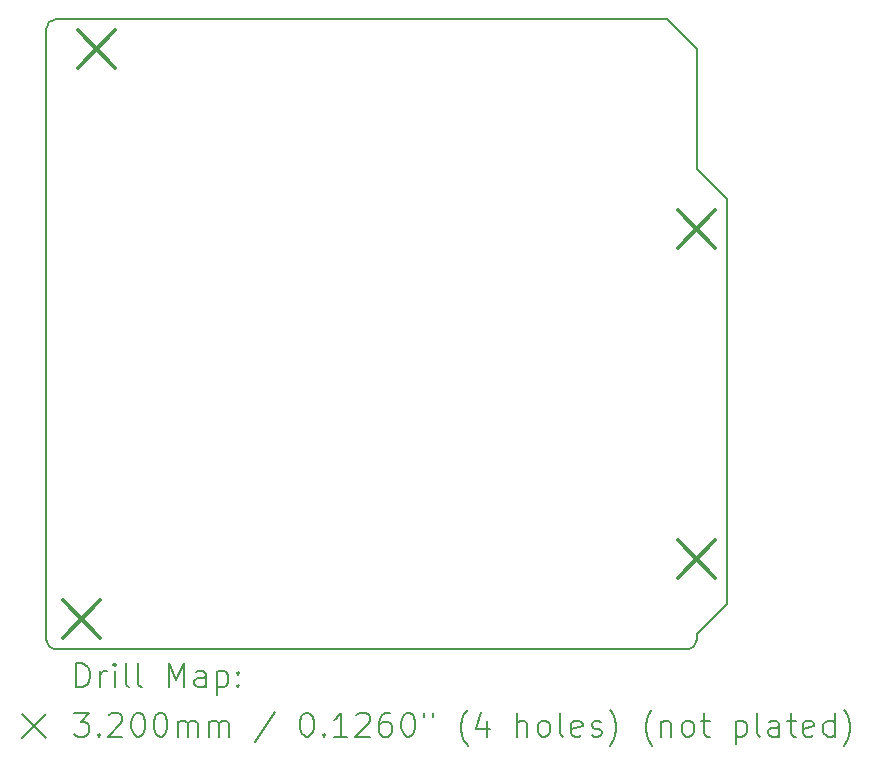
<source format=gbr>
%TF.GenerationSoftware,KiCad,Pcbnew,8.0.6*%
%TF.CreationDate,2024-12-04T19:17:32+01:00*%
%TF.ProjectId,Shield_Frequency_meter_STM32,53686965-6c64-45f4-9672-657175656e63,rev?*%
%TF.SameCoordinates,Original*%
%TF.FileFunction,Drillmap*%
%TF.FilePolarity,Positive*%
%FSLAX45Y45*%
G04 Gerber Fmt 4.5, Leading zero omitted, Abs format (unit mm)*
G04 Created by KiCad (PCBNEW 8.0.6) date 2024-12-04 19:17:32*
%MOMM*%
%LPD*%
G01*
G04 APERTURE LIST*
%ADD10C,0.150000*%
%ADD11C,0.200000*%
%ADD12C,0.320000*%
G04 APERTURE END LIST*
D10*
X16604000Y-5936000D02*
X16858000Y-6190000D01*
X11100000Y-9923800D02*
X11100000Y-4742200D01*
X16858000Y-6190000D02*
X16858000Y-9619000D01*
X16527800Y-10000000D02*
X11176200Y-10000000D01*
X11176200Y-4666000D02*
X16350000Y-4666000D01*
X11176200Y-10000000D02*
G75*
G02*
X11100000Y-9923800I0J76200D01*
G01*
X16858000Y-9619000D02*
X16604000Y-9873000D01*
X16350000Y-4666000D02*
X16604000Y-4920000D01*
X16604000Y-9923800D02*
G75*
G02*
X16527800Y-10000000I-76200J0D01*
G01*
X16604000Y-4920000D02*
X16604000Y-5936000D01*
X16604000Y-9873000D02*
X16604000Y-9923800D01*
X11100000Y-4742200D02*
G75*
G02*
X11176200Y-4666000I76200J0D01*
G01*
D11*
D12*
X11237000Y-9586000D02*
X11557000Y-9906000D01*
X11557000Y-9586000D02*
X11237000Y-9906000D01*
X11364000Y-4760000D02*
X11684000Y-5080000D01*
X11684000Y-4760000D02*
X11364000Y-5080000D01*
X16444000Y-6284000D02*
X16764000Y-6604000D01*
X16764000Y-6284000D02*
X16444000Y-6604000D01*
X16444000Y-9078000D02*
X16764000Y-9398000D01*
X16764000Y-9078000D02*
X16444000Y-9398000D01*
D11*
X11353277Y-10318984D02*
X11353277Y-10118984D01*
X11353277Y-10118984D02*
X11400896Y-10118984D01*
X11400896Y-10118984D02*
X11429467Y-10128508D01*
X11429467Y-10128508D02*
X11448515Y-10147555D01*
X11448515Y-10147555D02*
X11458039Y-10166603D01*
X11458039Y-10166603D02*
X11467562Y-10204698D01*
X11467562Y-10204698D02*
X11467562Y-10233270D01*
X11467562Y-10233270D02*
X11458039Y-10271365D01*
X11458039Y-10271365D02*
X11448515Y-10290412D01*
X11448515Y-10290412D02*
X11429467Y-10309460D01*
X11429467Y-10309460D02*
X11400896Y-10318984D01*
X11400896Y-10318984D02*
X11353277Y-10318984D01*
X11553277Y-10318984D02*
X11553277Y-10185650D01*
X11553277Y-10223746D02*
X11562801Y-10204698D01*
X11562801Y-10204698D02*
X11572324Y-10195174D01*
X11572324Y-10195174D02*
X11591372Y-10185650D01*
X11591372Y-10185650D02*
X11610420Y-10185650D01*
X11677086Y-10318984D02*
X11677086Y-10185650D01*
X11677086Y-10118984D02*
X11667562Y-10128508D01*
X11667562Y-10128508D02*
X11677086Y-10138031D01*
X11677086Y-10138031D02*
X11686610Y-10128508D01*
X11686610Y-10128508D02*
X11677086Y-10118984D01*
X11677086Y-10118984D02*
X11677086Y-10138031D01*
X11800896Y-10318984D02*
X11781848Y-10309460D01*
X11781848Y-10309460D02*
X11772324Y-10290412D01*
X11772324Y-10290412D02*
X11772324Y-10118984D01*
X11905658Y-10318984D02*
X11886610Y-10309460D01*
X11886610Y-10309460D02*
X11877086Y-10290412D01*
X11877086Y-10290412D02*
X11877086Y-10118984D01*
X12134229Y-10318984D02*
X12134229Y-10118984D01*
X12134229Y-10118984D02*
X12200896Y-10261841D01*
X12200896Y-10261841D02*
X12267562Y-10118984D01*
X12267562Y-10118984D02*
X12267562Y-10318984D01*
X12448515Y-10318984D02*
X12448515Y-10214222D01*
X12448515Y-10214222D02*
X12438991Y-10195174D01*
X12438991Y-10195174D02*
X12419943Y-10185650D01*
X12419943Y-10185650D02*
X12381848Y-10185650D01*
X12381848Y-10185650D02*
X12362801Y-10195174D01*
X12448515Y-10309460D02*
X12429467Y-10318984D01*
X12429467Y-10318984D02*
X12381848Y-10318984D01*
X12381848Y-10318984D02*
X12362801Y-10309460D01*
X12362801Y-10309460D02*
X12353277Y-10290412D01*
X12353277Y-10290412D02*
X12353277Y-10271365D01*
X12353277Y-10271365D02*
X12362801Y-10252317D01*
X12362801Y-10252317D02*
X12381848Y-10242793D01*
X12381848Y-10242793D02*
X12429467Y-10242793D01*
X12429467Y-10242793D02*
X12448515Y-10233270D01*
X12543753Y-10185650D02*
X12543753Y-10385650D01*
X12543753Y-10195174D02*
X12562801Y-10185650D01*
X12562801Y-10185650D02*
X12600896Y-10185650D01*
X12600896Y-10185650D02*
X12619943Y-10195174D01*
X12619943Y-10195174D02*
X12629467Y-10204698D01*
X12629467Y-10204698D02*
X12638991Y-10223746D01*
X12638991Y-10223746D02*
X12638991Y-10280889D01*
X12638991Y-10280889D02*
X12629467Y-10299936D01*
X12629467Y-10299936D02*
X12619943Y-10309460D01*
X12619943Y-10309460D02*
X12600896Y-10318984D01*
X12600896Y-10318984D02*
X12562801Y-10318984D01*
X12562801Y-10318984D02*
X12543753Y-10309460D01*
X12724705Y-10299936D02*
X12734229Y-10309460D01*
X12734229Y-10309460D02*
X12724705Y-10318984D01*
X12724705Y-10318984D02*
X12715182Y-10309460D01*
X12715182Y-10309460D02*
X12724705Y-10299936D01*
X12724705Y-10299936D02*
X12724705Y-10318984D01*
X12724705Y-10195174D02*
X12734229Y-10204698D01*
X12734229Y-10204698D02*
X12724705Y-10214222D01*
X12724705Y-10214222D02*
X12715182Y-10204698D01*
X12715182Y-10204698D02*
X12724705Y-10195174D01*
X12724705Y-10195174D02*
X12724705Y-10214222D01*
X10892500Y-10547500D02*
X11092500Y-10747500D01*
X11092500Y-10547500D02*
X10892500Y-10747500D01*
X11334229Y-10538984D02*
X11458039Y-10538984D01*
X11458039Y-10538984D02*
X11391372Y-10615174D01*
X11391372Y-10615174D02*
X11419943Y-10615174D01*
X11419943Y-10615174D02*
X11438991Y-10624698D01*
X11438991Y-10624698D02*
X11448515Y-10634222D01*
X11448515Y-10634222D02*
X11458039Y-10653270D01*
X11458039Y-10653270D02*
X11458039Y-10700889D01*
X11458039Y-10700889D02*
X11448515Y-10719936D01*
X11448515Y-10719936D02*
X11438991Y-10729460D01*
X11438991Y-10729460D02*
X11419943Y-10738984D01*
X11419943Y-10738984D02*
X11362801Y-10738984D01*
X11362801Y-10738984D02*
X11343753Y-10729460D01*
X11343753Y-10729460D02*
X11334229Y-10719936D01*
X11543753Y-10719936D02*
X11553277Y-10729460D01*
X11553277Y-10729460D02*
X11543753Y-10738984D01*
X11543753Y-10738984D02*
X11534229Y-10729460D01*
X11534229Y-10729460D02*
X11543753Y-10719936D01*
X11543753Y-10719936D02*
X11543753Y-10738984D01*
X11629467Y-10558031D02*
X11638991Y-10548508D01*
X11638991Y-10548508D02*
X11658039Y-10538984D01*
X11658039Y-10538984D02*
X11705658Y-10538984D01*
X11705658Y-10538984D02*
X11724705Y-10548508D01*
X11724705Y-10548508D02*
X11734229Y-10558031D01*
X11734229Y-10558031D02*
X11743753Y-10577079D01*
X11743753Y-10577079D02*
X11743753Y-10596127D01*
X11743753Y-10596127D02*
X11734229Y-10624698D01*
X11734229Y-10624698D02*
X11619943Y-10738984D01*
X11619943Y-10738984D02*
X11743753Y-10738984D01*
X11867562Y-10538984D02*
X11886610Y-10538984D01*
X11886610Y-10538984D02*
X11905658Y-10548508D01*
X11905658Y-10548508D02*
X11915182Y-10558031D01*
X11915182Y-10558031D02*
X11924705Y-10577079D01*
X11924705Y-10577079D02*
X11934229Y-10615174D01*
X11934229Y-10615174D02*
X11934229Y-10662793D01*
X11934229Y-10662793D02*
X11924705Y-10700889D01*
X11924705Y-10700889D02*
X11915182Y-10719936D01*
X11915182Y-10719936D02*
X11905658Y-10729460D01*
X11905658Y-10729460D02*
X11886610Y-10738984D01*
X11886610Y-10738984D02*
X11867562Y-10738984D01*
X11867562Y-10738984D02*
X11848515Y-10729460D01*
X11848515Y-10729460D02*
X11838991Y-10719936D01*
X11838991Y-10719936D02*
X11829467Y-10700889D01*
X11829467Y-10700889D02*
X11819943Y-10662793D01*
X11819943Y-10662793D02*
X11819943Y-10615174D01*
X11819943Y-10615174D02*
X11829467Y-10577079D01*
X11829467Y-10577079D02*
X11838991Y-10558031D01*
X11838991Y-10558031D02*
X11848515Y-10548508D01*
X11848515Y-10548508D02*
X11867562Y-10538984D01*
X12058039Y-10538984D02*
X12077086Y-10538984D01*
X12077086Y-10538984D02*
X12096134Y-10548508D01*
X12096134Y-10548508D02*
X12105658Y-10558031D01*
X12105658Y-10558031D02*
X12115182Y-10577079D01*
X12115182Y-10577079D02*
X12124705Y-10615174D01*
X12124705Y-10615174D02*
X12124705Y-10662793D01*
X12124705Y-10662793D02*
X12115182Y-10700889D01*
X12115182Y-10700889D02*
X12105658Y-10719936D01*
X12105658Y-10719936D02*
X12096134Y-10729460D01*
X12096134Y-10729460D02*
X12077086Y-10738984D01*
X12077086Y-10738984D02*
X12058039Y-10738984D01*
X12058039Y-10738984D02*
X12038991Y-10729460D01*
X12038991Y-10729460D02*
X12029467Y-10719936D01*
X12029467Y-10719936D02*
X12019943Y-10700889D01*
X12019943Y-10700889D02*
X12010420Y-10662793D01*
X12010420Y-10662793D02*
X12010420Y-10615174D01*
X12010420Y-10615174D02*
X12019943Y-10577079D01*
X12019943Y-10577079D02*
X12029467Y-10558031D01*
X12029467Y-10558031D02*
X12038991Y-10548508D01*
X12038991Y-10548508D02*
X12058039Y-10538984D01*
X12210420Y-10738984D02*
X12210420Y-10605650D01*
X12210420Y-10624698D02*
X12219943Y-10615174D01*
X12219943Y-10615174D02*
X12238991Y-10605650D01*
X12238991Y-10605650D02*
X12267563Y-10605650D01*
X12267563Y-10605650D02*
X12286610Y-10615174D01*
X12286610Y-10615174D02*
X12296134Y-10634222D01*
X12296134Y-10634222D02*
X12296134Y-10738984D01*
X12296134Y-10634222D02*
X12305658Y-10615174D01*
X12305658Y-10615174D02*
X12324705Y-10605650D01*
X12324705Y-10605650D02*
X12353277Y-10605650D01*
X12353277Y-10605650D02*
X12372324Y-10615174D01*
X12372324Y-10615174D02*
X12381848Y-10634222D01*
X12381848Y-10634222D02*
X12381848Y-10738984D01*
X12477086Y-10738984D02*
X12477086Y-10605650D01*
X12477086Y-10624698D02*
X12486610Y-10615174D01*
X12486610Y-10615174D02*
X12505658Y-10605650D01*
X12505658Y-10605650D02*
X12534229Y-10605650D01*
X12534229Y-10605650D02*
X12553277Y-10615174D01*
X12553277Y-10615174D02*
X12562801Y-10634222D01*
X12562801Y-10634222D02*
X12562801Y-10738984D01*
X12562801Y-10634222D02*
X12572324Y-10615174D01*
X12572324Y-10615174D02*
X12591372Y-10605650D01*
X12591372Y-10605650D02*
X12619943Y-10605650D01*
X12619943Y-10605650D02*
X12638991Y-10615174D01*
X12638991Y-10615174D02*
X12648515Y-10634222D01*
X12648515Y-10634222D02*
X12648515Y-10738984D01*
X13038991Y-10529460D02*
X12867563Y-10786603D01*
X13296134Y-10538984D02*
X13315182Y-10538984D01*
X13315182Y-10538984D02*
X13334229Y-10548508D01*
X13334229Y-10548508D02*
X13343753Y-10558031D01*
X13343753Y-10558031D02*
X13353277Y-10577079D01*
X13353277Y-10577079D02*
X13362801Y-10615174D01*
X13362801Y-10615174D02*
X13362801Y-10662793D01*
X13362801Y-10662793D02*
X13353277Y-10700889D01*
X13353277Y-10700889D02*
X13343753Y-10719936D01*
X13343753Y-10719936D02*
X13334229Y-10729460D01*
X13334229Y-10729460D02*
X13315182Y-10738984D01*
X13315182Y-10738984D02*
X13296134Y-10738984D01*
X13296134Y-10738984D02*
X13277086Y-10729460D01*
X13277086Y-10729460D02*
X13267563Y-10719936D01*
X13267563Y-10719936D02*
X13258039Y-10700889D01*
X13258039Y-10700889D02*
X13248515Y-10662793D01*
X13248515Y-10662793D02*
X13248515Y-10615174D01*
X13248515Y-10615174D02*
X13258039Y-10577079D01*
X13258039Y-10577079D02*
X13267563Y-10558031D01*
X13267563Y-10558031D02*
X13277086Y-10548508D01*
X13277086Y-10548508D02*
X13296134Y-10538984D01*
X13448515Y-10719936D02*
X13458039Y-10729460D01*
X13458039Y-10729460D02*
X13448515Y-10738984D01*
X13448515Y-10738984D02*
X13438991Y-10729460D01*
X13438991Y-10729460D02*
X13448515Y-10719936D01*
X13448515Y-10719936D02*
X13448515Y-10738984D01*
X13648515Y-10738984D02*
X13534229Y-10738984D01*
X13591372Y-10738984D02*
X13591372Y-10538984D01*
X13591372Y-10538984D02*
X13572325Y-10567555D01*
X13572325Y-10567555D02*
X13553277Y-10586603D01*
X13553277Y-10586603D02*
X13534229Y-10596127D01*
X13724706Y-10558031D02*
X13734229Y-10548508D01*
X13734229Y-10548508D02*
X13753277Y-10538984D01*
X13753277Y-10538984D02*
X13800896Y-10538984D01*
X13800896Y-10538984D02*
X13819944Y-10548508D01*
X13819944Y-10548508D02*
X13829467Y-10558031D01*
X13829467Y-10558031D02*
X13838991Y-10577079D01*
X13838991Y-10577079D02*
X13838991Y-10596127D01*
X13838991Y-10596127D02*
X13829467Y-10624698D01*
X13829467Y-10624698D02*
X13715182Y-10738984D01*
X13715182Y-10738984D02*
X13838991Y-10738984D01*
X14010420Y-10538984D02*
X13972325Y-10538984D01*
X13972325Y-10538984D02*
X13953277Y-10548508D01*
X13953277Y-10548508D02*
X13943753Y-10558031D01*
X13943753Y-10558031D02*
X13924706Y-10586603D01*
X13924706Y-10586603D02*
X13915182Y-10624698D01*
X13915182Y-10624698D02*
X13915182Y-10700889D01*
X13915182Y-10700889D02*
X13924706Y-10719936D01*
X13924706Y-10719936D02*
X13934229Y-10729460D01*
X13934229Y-10729460D02*
X13953277Y-10738984D01*
X13953277Y-10738984D02*
X13991372Y-10738984D01*
X13991372Y-10738984D02*
X14010420Y-10729460D01*
X14010420Y-10729460D02*
X14019944Y-10719936D01*
X14019944Y-10719936D02*
X14029467Y-10700889D01*
X14029467Y-10700889D02*
X14029467Y-10653270D01*
X14029467Y-10653270D02*
X14019944Y-10634222D01*
X14019944Y-10634222D02*
X14010420Y-10624698D01*
X14010420Y-10624698D02*
X13991372Y-10615174D01*
X13991372Y-10615174D02*
X13953277Y-10615174D01*
X13953277Y-10615174D02*
X13934229Y-10624698D01*
X13934229Y-10624698D02*
X13924706Y-10634222D01*
X13924706Y-10634222D02*
X13915182Y-10653270D01*
X14153277Y-10538984D02*
X14172325Y-10538984D01*
X14172325Y-10538984D02*
X14191372Y-10548508D01*
X14191372Y-10548508D02*
X14200896Y-10558031D01*
X14200896Y-10558031D02*
X14210420Y-10577079D01*
X14210420Y-10577079D02*
X14219944Y-10615174D01*
X14219944Y-10615174D02*
X14219944Y-10662793D01*
X14219944Y-10662793D02*
X14210420Y-10700889D01*
X14210420Y-10700889D02*
X14200896Y-10719936D01*
X14200896Y-10719936D02*
X14191372Y-10729460D01*
X14191372Y-10729460D02*
X14172325Y-10738984D01*
X14172325Y-10738984D02*
X14153277Y-10738984D01*
X14153277Y-10738984D02*
X14134229Y-10729460D01*
X14134229Y-10729460D02*
X14124706Y-10719936D01*
X14124706Y-10719936D02*
X14115182Y-10700889D01*
X14115182Y-10700889D02*
X14105658Y-10662793D01*
X14105658Y-10662793D02*
X14105658Y-10615174D01*
X14105658Y-10615174D02*
X14115182Y-10577079D01*
X14115182Y-10577079D02*
X14124706Y-10558031D01*
X14124706Y-10558031D02*
X14134229Y-10548508D01*
X14134229Y-10548508D02*
X14153277Y-10538984D01*
X14296134Y-10538984D02*
X14296134Y-10577079D01*
X14372325Y-10538984D02*
X14372325Y-10577079D01*
X14667563Y-10815174D02*
X14658039Y-10805650D01*
X14658039Y-10805650D02*
X14638991Y-10777079D01*
X14638991Y-10777079D02*
X14629468Y-10758031D01*
X14629468Y-10758031D02*
X14619944Y-10729460D01*
X14619944Y-10729460D02*
X14610420Y-10681841D01*
X14610420Y-10681841D02*
X14610420Y-10643746D01*
X14610420Y-10643746D02*
X14619944Y-10596127D01*
X14619944Y-10596127D02*
X14629468Y-10567555D01*
X14629468Y-10567555D02*
X14638991Y-10548508D01*
X14638991Y-10548508D02*
X14658039Y-10519936D01*
X14658039Y-10519936D02*
X14667563Y-10510412D01*
X14829468Y-10605650D02*
X14829468Y-10738984D01*
X14781848Y-10529460D02*
X14734229Y-10672317D01*
X14734229Y-10672317D02*
X14858039Y-10672317D01*
X15086610Y-10738984D02*
X15086610Y-10538984D01*
X15172325Y-10738984D02*
X15172325Y-10634222D01*
X15172325Y-10634222D02*
X15162801Y-10615174D01*
X15162801Y-10615174D02*
X15143753Y-10605650D01*
X15143753Y-10605650D02*
X15115182Y-10605650D01*
X15115182Y-10605650D02*
X15096134Y-10615174D01*
X15096134Y-10615174D02*
X15086610Y-10624698D01*
X15296134Y-10738984D02*
X15277087Y-10729460D01*
X15277087Y-10729460D02*
X15267563Y-10719936D01*
X15267563Y-10719936D02*
X15258039Y-10700889D01*
X15258039Y-10700889D02*
X15258039Y-10643746D01*
X15258039Y-10643746D02*
X15267563Y-10624698D01*
X15267563Y-10624698D02*
X15277087Y-10615174D01*
X15277087Y-10615174D02*
X15296134Y-10605650D01*
X15296134Y-10605650D02*
X15324706Y-10605650D01*
X15324706Y-10605650D02*
X15343753Y-10615174D01*
X15343753Y-10615174D02*
X15353277Y-10624698D01*
X15353277Y-10624698D02*
X15362801Y-10643746D01*
X15362801Y-10643746D02*
X15362801Y-10700889D01*
X15362801Y-10700889D02*
X15353277Y-10719936D01*
X15353277Y-10719936D02*
X15343753Y-10729460D01*
X15343753Y-10729460D02*
X15324706Y-10738984D01*
X15324706Y-10738984D02*
X15296134Y-10738984D01*
X15477087Y-10738984D02*
X15458039Y-10729460D01*
X15458039Y-10729460D02*
X15448515Y-10710412D01*
X15448515Y-10710412D02*
X15448515Y-10538984D01*
X15629468Y-10729460D02*
X15610420Y-10738984D01*
X15610420Y-10738984D02*
X15572325Y-10738984D01*
X15572325Y-10738984D02*
X15553277Y-10729460D01*
X15553277Y-10729460D02*
X15543753Y-10710412D01*
X15543753Y-10710412D02*
X15543753Y-10634222D01*
X15543753Y-10634222D02*
X15553277Y-10615174D01*
X15553277Y-10615174D02*
X15572325Y-10605650D01*
X15572325Y-10605650D02*
X15610420Y-10605650D01*
X15610420Y-10605650D02*
X15629468Y-10615174D01*
X15629468Y-10615174D02*
X15638991Y-10634222D01*
X15638991Y-10634222D02*
X15638991Y-10653270D01*
X15638991Y-10653270D02*
X15543753Y-10672317D01*
X15715182Y-10729460D02*
X15734230Y-10738984D01*
X15734230Y-10738984D02*
X15772325Y-10738984D01*
X15772325Y-10738984D02*
X15791372Y-10729460D01*
X15791372Y-10729460D02*
X15800896Y-10710412D01*
X15800896Y-10710412D02*
X15800896Y-10700889D01*
X15800896Y-10700889D02*
X15791372Y-10681841D01*
X15791372Y-10681841D02*
X15772325Y-10672317D01*
X15772325Y-10672317D02*
X15743753Y-10672317D01*
X15743753Y-10672317D02*
X15724706Y-10662793D01*
X15724706Y-10662793D02*
X15715182Y-10643746D01*
X15715182Y-10643746D02*
X15715182Y-10634222D01*
X15715182Y-10634222D02*
X15724706Y-10615174D01*
X15724706Y-10615174D02*
X15743753Y-10605650D01*
X15743753Y-10605650D02*
X15772325Y-10605650D01*
X15772325Y-10605650D02*
X15791372Y-10615174D01*
X15867563Y-10815174D02*
X15877087Y-10805650D01*
X15877087Y-10805650D02*
X15896134Y-10777079D01*
X15896134Y-10777079D02*
X15905658Y-10758031D01*
X15905658Y-10758031D02*
X15915182Y-10729460D01*
X15915182Y-10729460D02*
X15924706Y-10681841D01*
X15924706Y-10681841D02*
X15924706Y-10643746D01*
X15924706Y-10643746D02*
X15915182Y-10596127D01*
X15915182Y-10596127D02*
X15905658Y-10567555D01*
X15905658Y-10567555D02*
X15896134Y-10548508D01*
X15896134Y-10548508D02*
X15877087Y-10519936D01*
X15877087Y-10519936D02*
X15867563Y-10510412D01*
X16229468Y-10815174D02*
X16219944Y-10805650D01*
X16219944Y-10805650D02*
X16200896Y-10777079D01*
X16200896Y-10777079D02*
X16191372Y-10758031D01*
X16191372Y-10758031D02*
X16181849Y-10729460D01*
X16181849Y-10729460D02*
X16172325Y-10681841D01*
X16172325Y-10681841D02*
X16172325Y-10643746D01*
X16172325Y-10643746D02*
X16181849Y-10596127D01*
X16181849Y-10596127D02*
X16191372Y-10567555D01*
X16191372Y-10567555D02*
X16200896Y-10548508D01*
X16200896Y-10548508D02*
X16219944Y-10519936D01*
X16219944Y-10519936D02*
X16229468Y-10510412D01*
X16305658Y-10605650D02*
X16305658Y-10738984D01*
X16305658Y-10624698D02*
X16315182Y-10615174D01*
X16315182Y-10615174D02*
X16334230Y-10605650D01*
X16334230Y-10605650D02*
X16362801Y-10605650D01*
X16362801Y-10605650D02*
X16381849Y-10615174D01*
X16381849Y-10615174D02*
X16391372Y-10634222D01*
X16391372Y-10634222D02*
X16391372Y-10738984D01*
X16515182Y-10738984D02*
X16496134Y-10729460D01*
X16496134Y-10729460D02*
X16486611Y-10719936D01*
X16486611Y-10719936D02*
X16477087Y-10700889D01*
X16477087Y-10700889D02*
X16477087Y-10643746D01*
X16477087Y-10643746D02*
X16486611Y-10624698D01*
X16486611Y-10624698D02*
X16496134Y-10615174D01*
X16496134Y-10615174D02*
X16515182Y-10605650D01*
X16515182Y-10605650D02*
X16543753Y-10605650D01*
X16543753Y-10605650D02*
X16562801Y-10615174D01*
X16562801Y-10615174D02*
X16572325Y-10624698D01*
X16572325Y-10624698D02*
X16581849Y-10643746D01*
X16581849Y-10643746D02*
X16581849Y-10700889D01*
X16581849Y-10700889D02*
X16572325Y-10719936D01*
X16572325Y-10719936D02*
X16562801Y-10729460D01*
X16562801Y-10729460D02*
X16543753Y-10738984D01*
X16543753Y-10738984D02*
X16515182Y-10738984D01*
X16638992Y-10605650D02*
X16715182Y-10605650D01*
X16667563Y-10538984D02*
X16667563Y-10710412D01*
X16667563Y-10710412D02*
X16677087Y-10729460D01*
X16677087Y-10729460D02*
X16696134Y-10738984D01*
X16696134Y-10738984D02*
X16715182Y-10738984D01*
X16934230Y-10605650D02*
X16934230Y-10805650D01*
X16934230Y-10615174D02*
X16953277Y-10605650D01*
X16953277Y-10605650D02*
X16991373Y-10605650D01*
X16991373Y-10605650D02*
X17010420Y-10615174D01*
X17010420Y-10615174D02*
X17019944Y-10624698D01*
X17019944Y-10624698D02*
X17029468Y-10643746D01*
X17029468Y-10643746D02*
X17029468Y-10700889D01*
X17029468Y-10700889D02*
X17019944Y-10719936D01*
X17019944Y-10719936D02*
X17010420Y-10729460D01*
X17010420Y-10729460D02*
X16991373Y-10738984D01*
X16991373Y-10738984D02*
X16953277Y-10738984D01*
X16953277Y-10738984D02*
X16934230Y-10729460D01*
X17143754Y-10738984D02*
X17124706Y-10729460D01*
X17124706Y-10729460D02*
X17115182Y-10710412D01*
X17115182Y-10710412D02*
X17115182Y-10538984D01*
X17305658Y-10738984D02*
X17305658Y-10634222D01*
X17305658Y-10634222D02*
X17296135Y-10615174D01*
X17296135Y-10615174D02*
X17277087Y-10605650D01*
X17277087Y-10605650D02*
X17238992Y-10605650D01*
X17238992Y-10605650D02*
X17219944Y-10615174D01*
X17305658Y-10729460D02*
X17286611Y-10738984D01*
X17286611Y-10738984D02*
X17238992Y-10738984D01*
X17238992Y-10738984D02*
X17219944Y-10729460D01*
X17219944Y-10729460D02*
X17210420Y-10710412D01*
X17210420Y-10710412D02*
X17210420Y-10691365D01*
X17210420Y-10691365D02*
X17219944Y-10672317D01*
X17219944Y-10672317D02*
X17238992Y-10662793D01*
X17238992Y-10662793D02*
X17286611Y-10662793D01*
X17286611Y-10662793D02*
X17305658Y-10653270D01*
X17372325Y-10605650D02*
X17448515Y-10605650D01*
X17400896Y-10538984D02*
X17400896Y-10710412D01*
X17400896Y-10710412D02*
X17410420Y-10729460D01*
X17410420Y-10729460D02*
X17429468Y-10738984D01*
X17429468Y-10738984D02*
X17448515Y-10738984D01*
X17591373Y-10729460D02*
X17572325Y-10738984D01*
X17572325Y-10738984D02*
X17534230Y-10738984D01*
X17534230Y-10738984D02*
X17515182Y-10729460D01*
X17515182Y-10729460D02*
X17505658Y-10710412D01*
X17505658Y-10710412D02*
X17505658Y-10634222D01*
X17505658Y-10634222D02*
X17515182Y-10615174D01*
X17515182Y-10615174D02*
X17534230Y-10605650D01*
X17534230Y-10605650D02*
X17572325Y-10605650D01*
X17572325Y-10605650D02*
X17591373Y-10615174D01*
X17591373Y-10615174D02*
X17600896Y-10634222D01*
X17600896Y-10634222D02*
X17600896Y-10653270D01*
X17600896Y-10653270D02*
X17505658Y-10672317D01*
X17772325Y-10738984D02*
X17772325Y-10538984D01*
X17772325Y-10729460D02*
X17753277Y-10738984D01*
X17753277Y-10738984D02*
X17715182Y-10738984D01*
X17715182Y-10738984D02*
X17696135Y-10729460D01*
X17696135Y-10729460D02*
X17686611Y-10719936D01*
X17686611Y-10719936D02*
X17677087Y-10700889D01*
X17677087Y-10700889D02*
X17677087Y-10643746D01*
X17677087Y-10643746D02*
X17686611Y-10624698D01*
X17686611Y-10624698D02*
X17696135Y-10615174D01*
X17696135Y-10615174D02*
X17715182Y-10605650D01*
X17715182Y-10605650D02*
X17753277Y-10605650D01*
X17753277Y-10605650D02*
X17772325Y-10615174D01*
X17848516Y-10815174D02*
X17858039Y-10805650D01*
X17858039Y-10805650D02*
X17877087Y-10777079D01*
X17877087Y-10777079D02*
X17886611Y-10758031D01*
X17886611Y-10758031D02*
X17896135Y-10729460D01*
X17896135Y-10729460D02*
X17905658Y-10681841D01*
X17905658Y-10681841D02*
X17905658Y-10643746D01*
X17905658Y-10643746D02*
X17896135Y-10596127D01*
X17896135Y-10596127D02*
X17886611Y-10567555D01*
X17886611Y-10567555D02*
X17877087Y-10548508D01*
X17877087Y-10548508D02*
X17858039Y-10519936D01*
X17858039Y-10519936D02*
X17848516Y-10510412D01*
M02*

</source>
